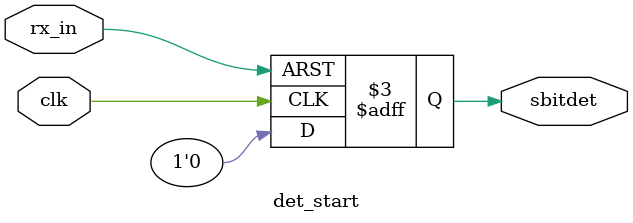
<source format=v>
`timescale 1us / 1ns


module det_start(rx_in,sbitdet,clk);
input rx_in,clk; 
output reg sbitdet; 
always @(posedge clk,negedge rx_in) 
 if (rx_in==1'b0)
  sbitdet<=1'b1;
 else 
 sbitdet<=1'b0;
endmodule

</source>
